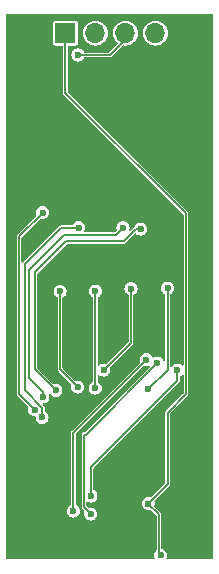
<source format=gbr>
%TF.GenerationSoftware,KiCad,Pcbnew,8.0.1*%
%TF.CreationDate,2025-01-22T20:31:23-07:00*%
%TF.ProjectId,LEDDisplay,4c454444-6973-4706-9c61-792e6b696361,rev?*%
%TF.SameCoordinates,Original*%
%TF.FileFunction,Copper,L2,Bot*%
%TF.FilePolarity,Positive*%
%FSLAX46Y46*%
G04 Gerber Fmt 4.6, Leading zero omitted, Abs format (unit mm)*
G04 Created by KiCad (PCBNEW 8.0.1) date 2025-01-22 20:31:23*
%MOMM*%
%LPD*%
G01*
G04 APERTURE LIST*
%TA.AperFunction,ComponentPad*%
%ADD10R,1.700000X1.700000*%
%TD*%
%TA.AperFunction,ComponentPad*%
%ADD11O,1.700000X1.700000*%
%TD*%
%TA.AperFunction,ViaPad*%
%ADD12C,0.600000*%
%TD*%
%TA.AperFunction,Conductor*%
%ADD13C,0.152400*%
%TD*%
G04 APERTURE END LIST*
D10*
%TO.P,J3,1,Pin_1*%
%TO.N,VCC*%
X200420000Y-65860000D03*
D11*
%TO.P,J3,2,Pin_2*%
%TO.N,GND*%
X202960000Y-65860000D03*
%TO.P,J3,3,Pin_3*%
%TO.N,BPW34_1*%
X205500000Y-65860000D03*
%TO.P,J3,4,Pin_4*%
%TO.N,GND*%
X208040000Y-65860000D03*
%TD*%
D12*
%TO.N,L9*%
X197804465Y-97739335D03*
X198490000Y-81060000D03*
%TO.N,L10*%
X198450000Y-98400000D03*
X201530000Y-82330000D03*
%TO.N,L11*%
X205300000Y-82320000D03*
X198510000Y-96660000D03*
%TO.N,L12*%
X206800000Y-82440000D03*
X199610000Y-96090000D03*
%TO.N,L13*%
X199970000Y-87710000D03*
X201470000Y-95830000D03*
%TO.N,L14*%
X202940000Y-95920000D03*
X202960000Y-87700000D03*
%TO.N,L15*%
X205970000Y-87483800D03*
X203660000Y-94380000D03*
%TO.N,L16*%
X207440000Y-96010000D03*
X209070000Y-87430000D03*
%TO.N,VCC*%
X208480000Y-110080000D03*
X207430000Y-105690000D03*
%TO.N,DATA*%
X209900000Y-94390000D03*
X202580000Y-105050000D03*
%TO.N,CLK*%
X202570000Y-106580000D03*
X208200000Y-93790000D03*
%TO.N,VDD_3.3V*%
X210690000Y-98330000D03*
X210160000Y-105580000D03*
%TO.N,LE*%
X201080000Y-106330000D03*
X207280000Y-93500000D03*
%TO.N,BPW34_1*%
X201480000Y-67710000D03*
%TD*%
D13*
%TO.N,L9*%
X196487600Y-83062400D02*
X198490000Y-81060000D01*
X197804465Y-97739335D02*
X196487600Y-96422470D01*
X196487600Y-96422470D02*
X196487600Y-83062400D01*
%TO.N,L10*%
X198450000Y-98400000D02*
X198450000Y-97570000D01*
X196957600Y-96077600D02*
X196957600Y-85422400D01*
X198450000Y-97570000D02*
X196957600Y-96077600D01*
X196957600Y-85422400D02*
X200050000Y-82330000D01*
X200050000Y-82330000D02*
X201530000Y-82330000D01*
%TO.N,L11*%
X197310000Y-85910000D02*
X200280000Y-82940000D01*
X198510000Y-96230000D02*
X197310000Y-95030000D01*
X204680000Y-82940000D02*
X205300000Y-82320000D01*
X197310000Y-95030000D02*
X197310000Y-85910000D01*
X198510000Y-96660000D02*
X198510000Y-96230000D01*
X200280000Y-82940000D02*
X204680000Y-82940000D01*
%TO.N,L12*%
X206380000Y-82440000D02*
X206800000Y-82440000D01*
X205350000Y-83470000D02*
X206380000Y-82440000D01*
X199610000Y-96090000D02*
X197840000Y-94320000D01*
X200480000Y-83470000D02*
X205350000Y-83470000D01*
X197840000Y-94320000D02*
X197840000Y-86110000D01*
X197840000Y-86110000D02*
X200480000Y-83470000D01*
%TO.N,L13*%
X201470000Y-95830000D02*
X199970000Y-94330000D01*
X199970000Y-94330000D02*
X199970000Y-87710000D01*
%TO.N,L14*%
X202940000Y-95920000D02*
X202940000Y-87720000D01*
X202940000Y-87720000D02*
X202960000Y-87700000D01*
%TO.N,L15*%
X205970000Y-92070000D02*
X205970000Y-87483800D01*
X203660000Y-94380000D02*
X205970000Y-92070000D01*
%TO.N,L16*%
X209070000Y-94360000D02*
X209070000Y-87430000D01*
X207440000Y-96010000D02*
X207440000Y-95990000D01*
X207440000Y-95990000D02*
X209070000Y-94360000D01*
%TO.N,VCC*%
X207430000Y-105690000D02*
X209080000Y-104040000D01*
X208350000Y-106610000D02*
X208350000Y-109950000D01*
X209080000Y-104040000D02*
X209080000Y-97990000D01*
X210630000Y-96440000D02*
X210630000Y-81130000D01*
X207430000Y-105690000D02*
X208350000Y-106610000D01*
X208350000Y-109950000D02*
X208480000Y-110080000D01*
X209080000Y-97990000D02*
X210630000Y-96440000D01*
X210630000Y-81130000D02*
X200420000Y-70920000D01*
X200420000Y-70920000D02*
X200420000Y-65860000D01*
%TO.N,DATA*%
X209900000Y-95310000D02*
X209900000Y-94390000D01*
X202580000Y-105050000D02*
X202580000Y-102630000D01*
X202580000Y-102630000D02*
X209900000Y-95310000D01*
%TO.N,CLK*%
X202570000Y-106580000D02*
X201990000Y-106000000D01*
X201990000Y-106000000D02*
X201990000Y-99850000D01*
X202140000Y-99850000D02*
X208200000Y-93790000D01*
X201990000Y-99850000D02*
X202140000Y-99850000D01*
%TO.N,LE*%
X201080000Y-106330000D02*
X201080000Y-99700000D01*
X201080000Y-99700000D02*
X207280000Y-93500000D01*
%TO.N,BPW34_1*%
X205500000Y-66420000D02*
X205500000Y-65860000D01*
X204210000Y-67710000D02*
X205500000Y-66420000D01*
X201480000Y-67710000D02*
X204210000Y-67710000D01*
%TD*%
%TA.AperFunction,Conductor*%
%TO.N,VDD_3.3V*%
G36*
X212882638Y-64268093D02*
G01*
X212908358Y-64312642D01*
X212909500Y-64325700D01*
X212909500Y-110344300D01*
X212891907Y-110392638D01*
X212847358Y-110418358D01*
X212834300Y-110419500D01*
X209047776Y-110419500D01*
X208999438Y-110401907D01*
X208973718Y-110357358D01*
X208978300Y-110315523D01*
X208979539Y-110312530D01*
X209016330Y-110223709D01*
X209035250Y-110080000D01*
X209016330Y-109936291D01*
X208960861Y-109802375D01*
X208960860Y-109802374D01*
X208960860Y-109802373D01*
X208872621Y-109687378D01*
X208757626Y-109599139D01*
X208623710Y-109543670D01*
X208623707Y-109543669D01*
X208619079Y-109543060D01*
X208573453Y-109519304D01*
X208553771Y-109471779D01*
X208553700Y-109468504D01*
X208553700Y-106569482D01*
X208553700Y-106569481D01*
X208522689Y-106494613D01*
X208465387Y-106437311D01*
X208465386Y-106437310D01*
X207971238Y-105943163D01*
X207949499Y-105896544D01*
X207954938Y-105861211D01*
X207959938Y-105849140D01*
X207966330Y-105833709D01*
X207985250Y-105690000D01*
X207966330Y-105546291D01*
X207954937Y-105518785D01*
X207952694Y-105467394D01*
X207971235Y-105436838D01*
X209252689Y-104155387D01*
X209283700Y-104080519D01*
X209283700Y-103999482D01*
X209283700Y-98105522D01*
X209301293Y-98057184D01*
X209305715Y-98052359D01*
X210745385Y-96612689D01*
X210745387Y-96612689D01*
X210802689Y-96555387D01*
X210833700Y-96480519D01*
X210833700Y-81089481D01*
X210802689Y-81014613D01*
X210745387Y-80957311D01*
X210745386Y-80957310D01*
X200645726Y-70857650D01*
X200623986Y-70811030D01*
X200623700Y-70804476D01*
X200623700Y-67710000D01*
X200924750Y-67710000D01*
X200943670Y-67853709D01*
X200955673Y-67882687D01*
X200999139Y-67987626D01*
X201087378Y-68102621D01*
X201202373Y-68190860D01*
X201202374Y-68190860D01*
X201202375Y-68190861D01*
X201336291Y-68246330D01*
X201480000Y-68265250D01*
X201623709Y-68246330D01*
X201757625Y-68190861D01*
X201872621Y-68102621D01*
X201960861Y-67987625D01*
X201972253Y-67960122D01*
X202007005Y-67922197D01*
X202041729Y-67913700D01*
X204250517Y-67913700D01*
X204250519Y-67913700D01*
X204325387Y-67882689D01*
X204382689Y-67825387D01*
X204382689Y-67825386D01*
X204393265Y-67814810D01*
X204393265Y-67814808D01*
X205285948Y-66922126D01*
X205332567Y-66900387D01*
X205346490Y-66900462D01*
X205500000Y-66915583D01*
X205705934Y-66895300D01*
X205903954Y-66835232D01*
X206086450Y-66737685D01*
X206246410Y-66606410D01*
X206377685Y-66446450D01*
X206475232Y-66263954D01*
X206535300Y-66065934D01*
X206555583Y-65860000D01*
X206984417Y-65860000D01*
X207004699Y-66065932D01*
X207064765Y-66263947D01*
X207064770Y-66263959D01*
X207162312Y-66446445D01*
X207162315Y-66446450D01*
X207293590Y-66606410D01*
X207453550Y-66737685D01*
X207636046Y-66835232D01*
X207636050Y-66835233D01*
X207636052Y-66835234D01*
X207699733Y-66854551D01*
X207834066Y-66895300D01*
X208040000Y-66915583D01*
X208245934Y-66895300D01*
X208443954Y-66835232D01*
X208626450Y-66737685D01*
X208786410Y-66606410D01*
X208917685Y-66446450D01*
X209015232Y-66263954D01*
X209075300Y-66065934D01*
X209095583Y-65860000D01*
X209075300Y-65654066D01*
X209015232Y-65456046D01*
X208917685Y-65273550D01*
X208786410Y-65113590D01*
X208626450Y-64982315D01*
X208626445Y-64982312D01*
X208443959Y-64884770D01*
X208443947Y-64884765D01*
X208245932Y-64824699D01*
X208040000Y-64804417D01*
X207834067Y-64824699D01*
X207636052Y-64884765D01*
X207636040Y-64884770D01*
X207453554Y-64982312D01*
X207453549Y-64982315D01*
X207293590Y-65113590D01*
X207162315Y-65273549D01*
X207162312Y-65273554D01*
X207064770Y-65456040D01*
X207064765Y-65456052D01*
X207004699Y-65654067D01*
X206984417Y-65860000D01*
X206555583Y-65860000D01*
X206535300Y-65654066D01*
X206475232Y-65456046D01*
X206377685Y-65273550D01*
X206246410Y-65113590D01*
X206086450Y-64982315D01*
X206086445Y-64982312D01*
X205903959Y-64884770D01*
X205903947Y-64884765D01*
X205705932Y-64824699D01*
X205500000Y-64804417D01*
X205294067Y-64824699D01*
X205096052Y-64884765D01*
X205096040Y-64884770D01*
X204913554Y-64982312D01*
X204913549Y-64982315D01*
X204753590Y-65113590D01*
X204622315Y-65273549D01*
X204622312Y-65273554D01*
X204524770Y-65456040D01*
X204524765Y-65456052D01*
X204464699Y-65654067D01*
X204444417Y-65860000D01*
X204464699Y-66065932D01*
X204524765Y-66263947D01*
X204524770Y-66263959D01*
X204622312Y-66446445D01*
X204622315Y-66446450D01*
X204753592Y-66606413D01*
X204838805Y-66676345D01*
X204865010Y-66720610D01*
X204856630Y-66771362D01*
X204844273Y-66787649D01*
X204147650Y-67484274D01*
X204101031Y-67506014D01*
X204094477Y-67506300D01*
X202041729Y-67506300D01*
X201993391Y-67488707D01*
X201972253Y-67459878D01*
X201970278Y-67455110D01*
X201960861Y-67432375D01*
X201960859Y-67432372D01*
X201872621Y-67317378D01*
X201757626Y-67229139D01*
X201623711Y-67173671D01*
X201623709Y-67173670D01*
X201480000Y-67154750D01*
X201336291Y-67173670D01*
X201336288Y-67173670D01*
X201336288Y-67173671D01*
X201202373Y-67229139D01*
X201087378Y-67317378D01*
X200999139Y-67432373D01*
X200943671Y-67566288D01*
X200943670Y-67566291D01*
X200924750Y-67710000D01*
X200623700Y-67710000D01*
X200623700Y-66985700D01*
X200641293Y-66937362D01*
X200685842Y-66911642D01*
X200698900Y-66910500D01*
X201289749Y-66910500D01*
X201309242Y-66906622D01*
X201348231Y-66898867D01*
X201414552Y-66854552D01*
X201458867Y-66788231D01*
X201470500Y-66729748D01*
X201470500Y-65860000D01*
X201904417Y-65860000D01*
X201924699Y-66065932D01*
X201984765Y-66263947D01*
X201984770Y-66263959D01*
X202082312Y-66446445D01*
X202082315Y-66446450D01*
X202213590Y-66606410D01*
X202373550Y-66737685D01*
X202556046Y-66835232D01*
X202556050Y-66835233D01*
X202556052Y-66835234D01*
X202619733Y-66854551D01*
X202754066Y-66895300D01*
X202960000Y-66915583D01*
X203165934Y-66895300D01*
X203363954Y-66835232D01*
X203546450Y-66737685D01*
X203706410Y-66606410D01*
X203837685Y-66446450D01*
X203935232Y-66263954D01*
X203995300Y-66065934D01*
X204015583Y-65860000D01*
X203995300Y-65654066D01*
X203935232Y-65456046D01*
X203837685Y-65273550D01*
X203706410Y-65113590D01*
X203546450Y-64982315D01*
X203546445Y-64982312D01*
X203363959Y-64884770D01*
X203363947Y-64884765D01*
X203165932Y-64824699D01*
X202960000Y-64804417D01*
X202754067Y-64824699D01*
X202556052Y-64884765D01*
X202556040Y-64884770D01*
X202373554Y-64982312D01*
X202373549Y-64982315D01*
X202213590Y-65113590D01*
X202082315Y-65273549D01*
X202082312Y-65273554D01*
X201984770Y-65456040D01*
X201984765Y-65456052D01*
X201924699Y-65654067D01*
X201904417Y-65860000D01*
X201470500Y-65860000D01*
X201470500Y-64990252D01*
X201458867Y-64931769D01*
X201414552Y-64865448D01*
X201348231Y-64821133D01*
X201348229Y-64821132D01*
X201289749Y-64809500D01*
X201289748Y-64809500D01*
X199550252Y-64809500D01*
X199550251Y-64809500D01*
X199491770Y-64821132D01*
X199491768Y-64821133D01*
X199425448Y-64865448D01*
X199381133Y-64931768D01*
X199381132Y-64931770D01*
X199369500Y-64990251D01*
X199369500Y-66729748D01*
X199381132Y-66788229D01*
X199381133Y-66788231D01*
X199425448Y-66854552D01*
X199491769Y-66898867D01*
X199499411Y-66900387D01*
X199550251Y-66910500D01*
X199550252Y-66910500D01*
X200141100Y-66910500D01*
X200189438Y-66928093D01*
X200215158Y-66972642D01*
X200216300Y-66985700D01*
X200216300Y-70960519D01*
X200247311Y-71035387D01*
X200304613Y-71092689D01*
X200304614Y-71092689D01*
X200315190Y-71103265D01*
X210404274Y-81192349D01*
X210426014Y-81238969D01*
X210426300Y-81245523D01*
X210426300Y-93950060D01*
X210408707Y-93998398D01*
X210364158Y-94024118D01*
X210313500Y-94015185D01*
X210296602Y-94000368D01*
X210296107Y-94000864D01*
X210292624Y-93997381D01*
X210177626Y-93909139D01*
X210060198Y-93860500D01*
X210043709Y-93853670D01*
X209900000Y-93834750D01*
X209756291Y-93853670D01*
X209756288Y-93853670D01*
X209756288Y-93853671D01*
X209622373Y-93909139D01*
X209507378Y-93997378D01*
X209419138Y-94112374D01*
X209418375Y-94114218D01*
X209417562Y-94115104D01*
X209416675Y-94116642D01*
X209416334Y-94116445D01*
X209383623Y-94152143D01*
X209332623Y-94158856D01*
X209289239Y-94131217D01*
X209273700Y-94085439D01*
X209273700Y-87991728D01*
X209291293Y-87943390D01*
X209320120Y-87922253D01*
X209347625Y-87910861D01*
X209462621Y-87822621D01*
X209550861Y-87707625D01*
X209606330Y-87573709D01*
X209625250Y-87430000D01*
X209606330Y-87286291D01*
X209550861Y-87152375D01*
X209550860Y-87152374D01*
X209550860Y-87152373D01*
X209462621Y-87037378D01*
X209347626Y-86949139D01*
X209213711Y-86893671D01*
X209213709Y-86893670D01*
X209070000Y-86874750D01*
X208926291Y-86893670D01*
X208926288Y-86893670D01*
X208926288Y-86893671D01*
X208792373Y-86949139D01*
X208677378Y-87037378D01*
X208589139Y-87152373D01*
X208533671Y-87286288D01*
X208533670Y-87286291D01*
X208514750Y-87430000D01*
X208533670Y-87573709D01*
X208533671Y-87573711D01*
X208589139Y-87707626D01*
X208677378Y-87822621D01*
X208792371Y-87910859D01*
X208792374Y-87910860D01*
X208792375Y-87910861D01*
X208819878Y-87922252D01*
X208857802Y-87957003D01*
X208866300Y-87991728D01*
X208866300Y-93582009D01*
X208848707Y-93630347D01*
X208804158Y-93656067D01*
X208753500Y-93647134D01*
X208721624Y-93610787D01*
X208709704Y-93582009D01*
X208680861Y-93512375D01*
X208680859Y-93512372D01*
X208592621Y-93397378D01*
X208477626Y-93309139D01*
X208343711Y-93253671D01*
X208343709Y-93253670D01*
X208200000Y-93234750D01*
X208056291Y-93253670D01*
X208056288Y-93253670D01*
X208056288Y-93253671D01*
X207922379Y-93309137D01*
X207922374Y-93309139D01*
X207904834Y-93322598D01*
X207855774Y-93338064D01*
X207808251Y-93318378D01*
X207789581Y-93291713D01*
X207773823Y-93253670D01*
X207760861Y-93222375D01*
X207760860Y-93222374D01*
X207760860Y-93222373D01*
X207672621Y-93107378D01*
X207557626Y-93019139D01*
X207423711Y-92963671D01*
X207423709Y-92963670D01*
X207280000Y-92944750D01*
X207136291Y-92963670D01*
X207136288Y-92963670D01*
X207136288Y-92963671D01*
X207002373Y-93019139D01*
X206887378Y-93107378D01*
X206799139Y-93222373D01*
X206743671Y-93356288D01*
X206743670Y-93356291D01*
X206738261Y-93397378D01*
X206724750Y-93500000D01*
X206743670Y-93643710D01*
X206748449Y-93655248D01*
X206755062Y-93671212D01*
X206757305Y-93722602D01*
X206738760Y-93753163D01*
X203846675Y-96645249D01*
X200964614Y-99527310D01*
X200964613Y-99527311D01*
X200935963Y-99555961D01*
X200907313Y-99584610D01*
X200907312Y-99584612D01*
X200907311Y-99584613D01*
X200881760Y-99646300D01*
X200876300Y-99659482D01*
X200876300Y-105768271D01*
X200858707Y-105816609D01*
X200829879Y-105837746D01*
X200802373Y-105849139D01*
X200802372Y-105849140D01*
X200687378Y-105937378D01*
X200599139Y-106052373D01*
X200550061Y-106170861D01*
X200543670Y-106186291D01*
X200524750Y-106330000D01*
X200543670Y-106473709D01*
X200543671Y-106473711D01*
X200599139Y-106607626D01*
X200687378Y-106722621D01*
X200802373Y-106810860D01*
X200802374Y-106810860D01*
X200802375Y-106810861D01*
X200936291Y-106866330D01*
X201080000Y-106885250D01*
X201223709Y-106866330D01*
X201357625Y-106810861D01*
X201472621Y-106722621D01*
X201560861Y-106607625D01*
X201616330Y-106473709D01*
X201635250Y-106330000D01*
X201616330Y-106186291D01*
X201560861Y-106052375D01*
X201560860Y-106052374D01*
X201560860Y-106052373D01*
X201472621Y-105937378D01*
X201357627Y-105849140D01*
X201357626Y-105849139D01*
X201330121Y-105837746D01*
X201292196Y-105802994D01*
X201283700Y-105768271D01*
X201283700Y-99815522D01*
X201301293Y-99767184D01*
X201305715Y-99762359D01*
X207026835Y-94041238D01*
X207073454Y-94019499D01*
X207108785Y-94024937D01*
X207116621Y-94028182D01*
X207136291Y-94036330D01*
X207280000Y-94055250D01*
X207423709Y-94036330D01*
X207487356Y-94009966D01*
X207538744Y-94007723D01*
X207579554Y-94039038D01*
X207590688Y-94089258D01*
X207569305Y-94132617D01*
X202077651Y-99624274D01*
X202031031Y-99646014D01*
X202024477Y-99646300D01*
X201949481Y-99646300D01*
X201874613Y-99677311D01*
X201874612Y-99677312D01*
X201874607Y-99677315D01*
X201817315Y-99734607D01*
X201817312Y-99734612D01*
X201817311Y-99734613D01*
X201786300Y-99809481D01*
X201786300Y-106040519D01*
X201817311Y-106115387D01*
X201874613Y-106172689D01*
X201874614Y-106172689D01*
X201885190Y-106183265D01*
X202028760Y-106326835D01*
X202050500Y-106373455D01*
X202045063Y-106408784D01*
X202033670Y-106436289D01*
X202016135Y-106569481D01*
X202014750Y-106580000D01*
X202033670Y-106723709D01*
X202049918Y-106762936D01*
X202089139Y-106857626D01*
X202177378Y-106972621D01*
X202292373Y-107060860D01*
X202292374Y-107060860D01*
X202292375Y-107060861D01*
X202426291Y-107116330D01*
X202570000Y-107135250D01*
X202713709Y-107116330D01*
X202847625Y-107060861D01*
X202962621Y-106972621D01*
X203050861Y-106857625D01*
X203106330Y-106723709D01*
X203125250Y-106580000D01*
X203106330Y-106436291D01*
X203050861Y-106302375D01*
X203050860Y-106302374D01*
X203050860Y-106302373D01*
X202962621Y-106187378D01*
X202847626Y-106099139D01*
X202746627Y-106057305D01*
X202713709Y-106043670D01*
X202570000Y-106024750D01*
X202426289Y-106043670D01*
X202398784Y-106055063D01*
X202347393Y-106057305D01*
X202316835Y-106038760D01*
X202215726Y-105937651D01*
X202193986Y-105891031D01*
X202193700Y-105884477D01*
X202193700Y-105598367D01*
X202211293Y-105550029D01*
X202255842Y-105524309D01*
X202296764Y-105531525D01*
X202297821Y-105528975D01*
X202337159Y-105545269D01*
X202436291Y-105586330D01*
X202580000Y-105605250D01*
X202723709Y-105586330D01*
X202857625Y-105530861D01*
X202972621Y-105442621D01*
X203060861Y-105327625D01*
X203116330Y-105193709D01*
X203135250Y-105050000D01*
X203116330Y-104906291D01*
X203060861Y-104772375D01*
X203060860Y-104772374D01*
X203060860Y-104772373D01*
X202972621Y-104657378D01*
X202857627Y-104569140D01*
X202857626Y-104569139D01*
X202830121Y-104557746D01*
X202792196Y-104522994D01*
X202783700Y-104488271D01*
X202783700Y-102745523D01*
X202801293Y-102697185D01*
X202805726Y-102692349D01*
X210072684Y-95425392D01*
X210072684Y-95425391D01*
X210072689Y-95425387D01*
X210103700Y-95350519D01*
X210103700Y-95269482D01*
X210103700Y-94951728D01*
X210121293Y-94903390D01*
X210150120Y-94882253D01*
X210177625Y-94870861D01*
X210190659Y-94860860D01*
X210268467Y-94801155D01*
X210292621Y-94782621D01*
X210292622Y-94782619D01*
X210292624Y-94782618D01*
X210296107Y-94779136D01*
X210297360Y-94780389D01*
X210334817Y-94756523D01*
X210385818Y-94763233D01*
X210420573Y-94801155D01*
X210426300Y-94829939D01*
X210426300Y-96324476D01*
X210408707Y-96372814D01*
X210404274Y-96377650D01*
X209651179Y-97130745D01*
X208964614Y-97817310D01*
X208964613Y-97817311D01*
X208943653Y-97838271D01*
X208907313Y-97874610D01*
X208907312Y-97874612D01*
X208907311Y-97874613D01*
X208888868Y-97919139D01*
X208876300Y-97949482D01*
X208876300Y-103924476D01*
X208858707Y-103972814D01*
X208854274Y-103977650D01*
X207683163Y-105148760D01*
X207636543Y-105170500D01*
X207601213Y-105165062D01*
X207585248Y-105158449D01*
X207573710Y-105153670D01*
X207430000Y-105134750D01*
X207286291Y-105153670D01*
X207286288Y-105153670D01*
X207286288Y-105153671D01*
X207152373Y-105209139D01*
X207037378Y-105297378D01*
X206949139Y-105412373D01*
X206900061Y-105530861D01*
X206893670Y-105546291D01*
X206874750Y-105690000D01*
X206893670Y-105833709D01*
X206893671Y-105833711D01*
X206949139Y-105967626D01*
X207037378Y-106082621D01*
X207152373Y-106170860D01*
X207152374Y-106170860D01*
X207152375Y-106170861D01*
X207286291Y-106226330D01*
X207430000Y-106245250D01*
X207573709Y-106226330D01*
X207601211Y-106214937D01*
X207652602Y-106212693D01*
X207683164Y-106231239D01*
X208124274Y-106672349D01*
X208146014Y-106718969D01*
X208146300Y-106725523D01*
X208146300Y-109605082D01*
X208128707Y-109653420D01*
X208116880Y-109664742D01*
X208087377Y-109687380D01*
X207999139Y-109802373D01*
X207943671Y-109936288D01*
X207943670Y-109936291D01*
X207924750Y-110080000D01*
X207943670Y-110223709D01*
X207943671Y-110223711D01*
X207981700Y-110315523D01*
X207983943Y-110366913D01*
X207952629Y-110407723D01*
X207912224Y-110419500D01*
X195475700Y-110419500D01*
X195427362Y-110401907D01*
X195401642Y-110357358D01*
X195400500Y-110344300D01*
X195400500Y-96462989D01*
X196283900Y-96462989D01*
X196314911Y-96537857D01*
X196372213Y-96595159D01*
X196372214Y-96595159D01*
X196382790Y-96605735D01*
X197263225Y-97486170D01*
X197284965Y-97532790D01*
X197279528Y-97568119D01*
X197268135Y-97595624D01*
X197268135Y-97595626D01*
X197249215Y-97739335D01*
X197268135Y-97883044D01*
X197278367Y-97907746D01*
X197323604Y-98016961D01*
X197411843Y-98131956D01*
X197526838Y-98220195D01*
X197526839Y-98220195D01*
X197526840Y-98220196D01*
X197660756Y-98275665D01*
X197804465Y-98294585D01*
X197813298Y-98293422D01*
X197863519Y-98304554D01*
X197894835Y-98345363D01*
X197897673Y-98377791D01*
X197894750Y-98399997D01*
X197894750Y-98400000D01*
X197913670Y-98543709D01*
X197913671Y-98543711D01*
X197969139Y-98677626D01*
X198057378Y-98792621D01*
X198172373Y-98880860D01*
X198172374Y-98880860D01*
X198172375Y-98880861D01*
X198306291Y-98936330D01*
X198450000Y-98955250D01*
X198593709Y-98936330D01*
X198727625Y-98880861D01*
X198842621Y-98792621D01*
X198930861Y-98677625D01*
X198986330Y-98543709D01*
X199005250Y-98400000D01*
X198986330Y-98256291D01*
X198930861Y-98122375D01*
X198930860Y-98122374D01*
X198930860Y-98122373D01*
X198842621Y-98007378D01*
X198727627Y-97919140D01*
X198727626Y-97919139D01*
X198700121Y-97907746D01*
X198662196Y-97872994D01*
X198653700Y-97838271D01*
X198653700Y-97529482D01*
X198650477Y-97521700D01*
X198622689Y-97454613D01*
X198565387Y-97397311D01*
X198565386Y-97397310D01*
X198505889Y-97337813D01*
X198484149Y-97291193D01*
X198497463Y-97241506D01*
X198539600Y-97212001D01*
X198549233Y-97210084D01*
X198653709Y-97196330D01*
X198787625Y-97140861D01*
X198902621Y-97052621D01*
X198990861Y-96937625D01*
X199046330Y-96803709D01*
X199065250Y-96660000D01*
X199046330Y-96516291D01*
X199033967Y-96486445D01*
X199031723Y-96435056D01*
X199063037Y-96394245D01*
X199113258Y-96383111D01*
X199158886Y-96406863D01*
X199163103Y-96411889D01*
X199217378Y-96482621D01*
X199332373Y-96570860D01*
X199332374Y-96570860D01*
X199332375Y-96570861D01*
X199466291Y-96626330D01*
X199610000Y-96645250D01*
X199753709Y-96626330D01*
X199887625Y-96570861D01*
X200002621Y-96482621D01*
X200090861Y-96367625D01*
X200146330Y-96233709D01*
X200165250Y-96090000D01*
X200146330Y-95946291D01*
X200090861Y-95812375D01*
X200090860Y-95812374D01*
X200090860Y-95812373D01*
X200002621Y-95697378D01*
X199887626Y-95609139D01*
X199786627Y-95567305D01*
X199753709Y-95553670D01*
X199610000Y-95534750D01*
X199466289Y-95553670D01*
X199438784Y-95565063D01*
X199387393Y-95567305D01*
X199356835Y-95548760D01*
X198065726Y-94257651D01*
X198043986Y-94211031D01*
X198043700Y-94204477D01*
X198043700Y-87710000D01*
X199414750Y-87710000D01*
X199433670Y-87853709D01*
X199449918Y-87892936D01*
X199489139Y-87987626D01*
X199577378Y-88102621D01*
X199692371Y-88190859D01*
X199692374Y-88190860D01*
X199692375Y-88190861D01*
X199719878Y-88202252D01*
X199757802Y-88237003D01*
X199766300Y-88271728D01*
X199766300Y-94370519D01*
X199797311Y-94445387D01*
X199854613Y-94502689D01*
X199854614Y-94502689D01*
X199865190Y-94513265D01*
X199865191Y-94513266D01*
X200928760Y-95576836D01*
X200950500Y-95623456D01*
X200945062Y-95658787D01*
X200933671Y-95686287D01*
X200933671Y-95686288D01*
X200933670Y-95686291D01*
X200914750Y-95830000D01*
X200933670Y-95973709D01*
X200933671Y-95973711D01*
X200989139Y-96107626D01*
X201077378Y-96222621D01*
X201192373Y-96310860D01*
X201192374Y-96310860D01*
X201192375Y-96310861D01*
X201326291Y-96366330D01*
X201470000Y-96385250D01*
X201613709Y-96366330D01*
X201747625Y-96310861D01*
X201862621Y-96222621D01*
X201950861Y-96107625D01*
X202006330Y-95973709D01*
X202013401Y-95920000D01*
X202384750Y-95920000D01*
X202403670Y-96063709D01*
X202403671Y-96063711D01*
X202459139Y-96197626D01*
X202547378Y-96312621D01*
X202662373Y-96400860D01*
X202662374Y-96400860D01*
X202662375Y-96400861D01*
X202796291Y-96456330D01*
X202940000Y-96475250D01*
X203083709Y-96456330D01*
X203217625Y-96400861D01*
X203332621Y-96312621D01*
X203420861Y-96197625D01*
X203476330Y-96063709D01*
X203495250Y-95920000D01*
X203476330Y-95776291D01*
X203420861Y-95642375D01*
X203420860Y-95642374D01*
X203420860Y-95642373D01*
X203332621Y-95527378D01*
X203217627Y-95439140D01*
X203217626Y-95439139D01*
X203190121Y-95427746D01*
X203152196Y-95392994D01*
X203143700Y-95358271D01*
X203143700Y-94830209D01*
X203161293Y-94781871D01*
X203205842Y-94756151D01*
X203256500Y-94765084D01*
X203264679Y-94770549D01*
X203267378Y-94772620D01*
X203267379Y-94772621D01*
X203279434Y-94781871D01*
X203382373Y-94860860D01*
X203382374Y-94860860D01*
X203382375Y-94860861D01*
X203516291Y-94916330D01*
X203660000Y-94935250D01*
X203803709Y-94916330D01*
X203937625Y-94860861D01*
X204052621Y-94772621D01*
X204140861Y-94657625D01*
X204196330Y-94523709D01*
X204215250Y-94380000D01*
X204196330Y-94236291D01*
X204184937Y-94208785D01*
X204182694Y-94157394D01*
X204201237Y-94126836D01*
X206142689Y-92185387D01*
X206173700Y-92110519D01*
X206173700Y-92029482D01*
X206173700Y-88045528D01*
X206191293Y-87997190D01*
X206220120Y-87976053D01*
X206247625Y-87964661D01*
X206302895Y-87922251D01*
X206362621Y-87876421D01*
X206450860Y-87761426D01*
X206450859Y-87761426D01*
X206450861Y-87761425D01*
X206506330Y-87627509D01*
X206525250Y-87483800D01*
X206506330Y-87340091D01*
X206450861Y-87206175D01*
X206450860Y-87206174D01*
X206450860Y-87206173D01*
X206362621Y-87091178D01*
X206247626Y-87002939D01*
X206113711Y-86947471D01*
X206113709Y-86947470D01*
X205970000Y-86928550D01*
X205826291Y-86947470D01*
X205826288Y-86947470D01*
X205826288Y-86947471D01*
X205692373Y-87002939D01*
X205577378Y-87091178D01*
X205489139Y-87206173D01*
X205443078Y-87317378D01*
X205433670Y-87340091D01*
X205414750Y-87483800D01*
X205433670Y-87627509D01*
X205433671Y-87627511D01*
X205489139Y-87761426D01*
X205577378Y-87876421D01*
X205692371Y-87964659D01*
X205692374Y-87964660D01*
X205692375Y-87964661D01*
X205719878Y-87976052D01*
X205757802Y-88010803D01*
X205766300Y-88045528D01*
X205766300Y-91954476D01*
X205748707Y-92002814D01*
X205744274Y-92007650D01*
X203913163Y-93838760D01*
X203866543Y-93860500D01*
X203831213Y-93855062D01*
X203815248Y-93848449D01*
X203803710Y-93843670D01*
X203660000Y-93824750D01*
X203516291Y-93843670D01*
X203516288Y-93843670D01*
X203516288Y-93843671D01*
X203382373Y-93899139D01*
X203264679Y-93989450D01*
X203215620Y-94004918D01*
X203168096Y-93985233D01*
X203144343Y-93939606D01*
X203143700Y-93929790D01*
X203143700Y-88270012D01*
X203161293Y-88221674D01*
X203190124Y-88200536D01*
X203237625Y-88180861D01*
X203352621Y-88092621D01*
X203433187Y-87987626D01*
X203440861Y-87977625D01*
X203496330Y-87843709D01*
X203515250Y-87700000D01*
X203496330Y-87556291D01*
X203440861Y-87422375D01*
X203440860Y-87422374D01*
X203440860Y-87422373D01*
X203352621Y-87307378D01*
X203237626Y-87219139D01*
X203103711Y-87163671D01*
X203103709Y-87163670D01*
X202960000Y-87144750D01*
X202816291Y-87163670D01*
X202816288Y-87163670D01*
X202816288Y-87163671D01*
X202682373Y-87219139D01*
X202567378Y-87307378D01*
X202479139Y-87422373D01*
X202453696Y-87483800D01*
X202423670Y-87556291D01*
X202404750Y-87700000D01*
X202423670Y-87843709D01*
X202423671Y-87843711D01*
X202479139Y-87977626D01*
X202567378Y-88092621D01*
X202682373Y-88180860D01*
X202689874Y-88183967D01*
X202727801Y-88218717D01*
X202736300Y-88253444D01*
X202736300Y-95358271D01*
X202718707Y-95406609D01*
X202689879Y-95427746D01*
X202662373Y-95439139D01*
X202662372Y-95439140D01*
X202547378Y-95527378D01*
X202459139Y-95642373D01*
X202421861Y-95732373D01*
X202403670Y-95776291D01*
X202384750Y-95920000D01*
X202013401Y-95920000D01*
X202025250Y-95830000D01*
X202006330Y-95686291D01*
X201950861Y-95552375D01*
X201950860Y-95552374D01*
X201950860Y-95552373D01*
X201862621Y-95437378D01*
X201747626Y-95349139D01*
X201635232Y-95302585D01*
X201613709Y-95293670D01*
X201470000Y-95274750D01*
X201326291Y-95293670D01*
X201326289Y-95293670D01*
X201326287Y-95293671D01*
X201298787Y-95305062D01*
X201247396Y-95307305D01*
X201216836Y-95288760D01*
X200195726Y-94267650D01*
X200173986Y-94221030D01*
X200173700Y-94214476D01*
X200173700Y-88271728D01*
X200191293Y-88223390D01*
X200220120Y-88202253D01*
X200247625Y-88190861D01*
X200256610Y-88183967D01*
X200362621Y-88102621D01*
X200444986Y-87995281D01*
X200450861Y-87987625D01*
X200506330Y-87853709D01*
X200525250Y-87710000D01*
X200506330Y-87566291D01*
X200450861Y-87432375D01*
X200450860Y-87432374D01*
X200450860Y-87432373D01*
X200362621Y-87317378D01*
X200247626Y-87229139D01*
X200113711Y-87173671D01*
X200113709Y-87173670D01*
X199970000Y-87154750D01*
X199826291Y-87173670D01*
X199826288Y-87173670D01*
X199826288Y-87173671D01*
X199692373Y-87229139D01*
X199577378Y-87317378D01*
X199489139Y-87432373D01*
X199467838Y-87483800D01*
X199433670Y-87566291D01*
X199414750Y-87710000D01*
X198043700Y-87710000D01*
X198043700Y-86225523D01*
X198061293Y-86177185D01*
X198065726Y-86172349D01*
X200542349Y-83695726D01*
X200588969Y-83673986D01*
X200595523Y-83673700D01*
X205390517Y-83673700D01*
X205390519Y-83673700D01*
X205465387Y-83642689D01*
X205522689Y-83585387D01*
X205522689Y-83585386D01*
X205533265Y-83574810D01*
X205533266Y-83574808D01*
X206289467Y-82818606D01*
X206336086Y-82796867D01*
X206385773Y-82810181D01*
X206402301Y-82826003D01*
X206407379Y-82832621D01*
X206522373Y-82920860D01*
X206522374Y-82920860D01*
X206522375Y-82920861D01*
X206656291Y-82976330D01*
X206800000Y-82995250D01*
X206943709Y-82976330D01*
X207077625Y-82920861D01*
X207192621Y-82832621D01*
X207280861Y-82717625D01*
X207336330Y-82583709D01*
X207355250Y-82440000D01*
X207336330Y-82296291D01*
X207280861Y-82162375D01*
X207280860Y-82162374D01*
X207280860Y-82162373D01*
X207192621Y-82047378D01*
X207077626Y-81959139D01*
X206943711Y-81903671D01*
X206943709Y-81903670D01*
X206800000Y-81884750D01*
X206656291Y-81903670D01*
X206656288Y-81903670D01*
X206656288Y-81903671D01*
X206522373Y-81959139D01*
X206407378Y-82047378D01*
X206319140Y-82162372D01*
X206319138Y-82162375D01*
X206288634Y-82236018D01*
X206268424Y-82260649D01*
X206269850Y-82262074D01*
X206264613Y-82267310D01*
X206264613Y-82267311D01*
X206207311Y-82324613D01*
X206207310Y-82324614D01*
X206068215Y-82463709D01*
X205939687Y-82592237D01*
X205893067Y-82613976D01*
X205843380Y-82600662D01*
X205813875Y-82558525D01*
X205817037Y-82510285D01*
X205836330Y-82463709D01*
X205855250Y-82320000D01*
X205836330Y-82176291D01*
X205780861Y-82042375D01*
X205780860Y-82042374D01*
X205780860Y-82042373D01*
X205692621Y-81927378D01*
X205577626Y-81839139D01*
X205443711Y-81783671D01*
X205443709Y-81783670D01*
X205300000Y-81764750D01*
X205156291Y-81783670D01*
X205156288Y-81783670D01*
X205156288Y-81783671D01*
X205022373Y-81839139D01*
X204907378Y-81927378D01*
X204819139Y-82042373D01*
X204771531Y-82157312D01*
X204763670Y-82176291D01*
X204744750Y-82320000D01*
X204763670Y-82463710D01*
X204775062Y-82491213D01*
X204777304Y-82542604D01*
X204758760Y-82573163D01*
X204617651Y-82714274D01*
X204571031Y-82736014D01*
X204564476Y-82736300D01*
X202064616Y-82736300D01*
X202016278Y-82718707D01*
X201990558Y-82674158D01*
X201999491Y-82623500D01*
X202004957Y-82615320D01*
X202010860Y-82607626D01*
X202010859Y-82607626D01*
X202010861Y-82607625D01*
X202066330Y-82473709D01*
X202085250Y-82330000D01*
X202066330Y-82186291D01*
X202010861Y-82052375D01*
X202010860Y-82052374D01*
X202010860Y-82052373D01*
X201922621Y-81937378D01*
X201807626Y-81849139D01*
X201673711Y-81793671D01*
X201673709Y-81793670D01*
X201530000Y-81774750D01*
X201386291Y-81793670D01*
X201386288Y-81793670D01*
X201386288Y-81793671D01*
X201252373Y-81849139D01*
X201137378Y-81937378D01*
X201049140Y-82052372D01*
X201037747Y-82079878D01*
X201002995Y-82117803D01*
X200968271Y-82126300D01*
X200009481Y-82126300D01*
X199934613Y-82157311D01*
X199934612Y-82157312D01*
X199934610Y-82157313D01*
X199915636Y-82176288D01*
X199877311Y-82214613D01*
X199877310Y-82214614D01*
X196842214Y-85249710D01*
X196842213Y-85249711D01*
X196819673Y-85272251D01*
X196773052Y-85293989D01*
X196723366Y-85280674D01*
X196693862Y-85238537D01*
X196691300Y-85219075D01*
X196691300Y-83177923D01*
X196708893Y-83129585D01*
X196713326Y-83124749D01*
X197398075Y-82440000D01*
X198236836Y-81601238D01*
X198283455Y-81579499D01*
X198318785Y-81584936D01*
X198346291Y-81596330D01*
X198490000Y-81615250D01*
X198633709Y-81596330D01*
X198767625Y-81540861D01*
X198882621Y-81452621D01*
X198970861Y-81337625D01*
X199026330Y-81203709D01*
X199045250Y-81060000D01*
X199026330Y-80916291D01*
X198970861Y-80782375D01*
X198970860Y-80782374D01*
X198970860Y-80782373D01*
X198882621Y-80667378D01*
X198767626Y-80579139D01*
X198633711Y-80523671D01*
X198633709Y-80523670D01*
X198490000Y-80504750D01*
X198346291Y-80523670D01*
X198346288Y-80523670D01*
X198346288Y-80523671D01*
X198212373Y-80579139D01*
X198097378Y-80667378D01*
X198009139Y-80782373D01*
X197953671Y-80916288D01*
X197953670Y-80916291D01*
X197934750Y-81060000D01*
X197953670Y-81203710D01*
X197965062Y-81231213D01*
X197967304Y-81282604D01*
X197948759Y-81313163D01*
X196751641Y-82510283D01*
X196372214Y-82889710D01*
X196372213Y-82889711D01*
X196345596Y-82916328D01*
X196314913Y-82947010D01*
X196314912Y-82947012D01*
X196314911Y-82947013D01*
X196283900Y-83021881D01*
X196283900Y-96462989D01*
X195400500Y-96462989D01*
X195400500Y-64325700D01*
X195418093Y-64277362D01*
X195462642Y-64251642D01*
X195475700Y-64250500D01*
X212834300Y-64250500D01*
X212882638Y-64268093D01*
G37*
%TD.AperFunction*%
%TD*%
M02*

</source>
